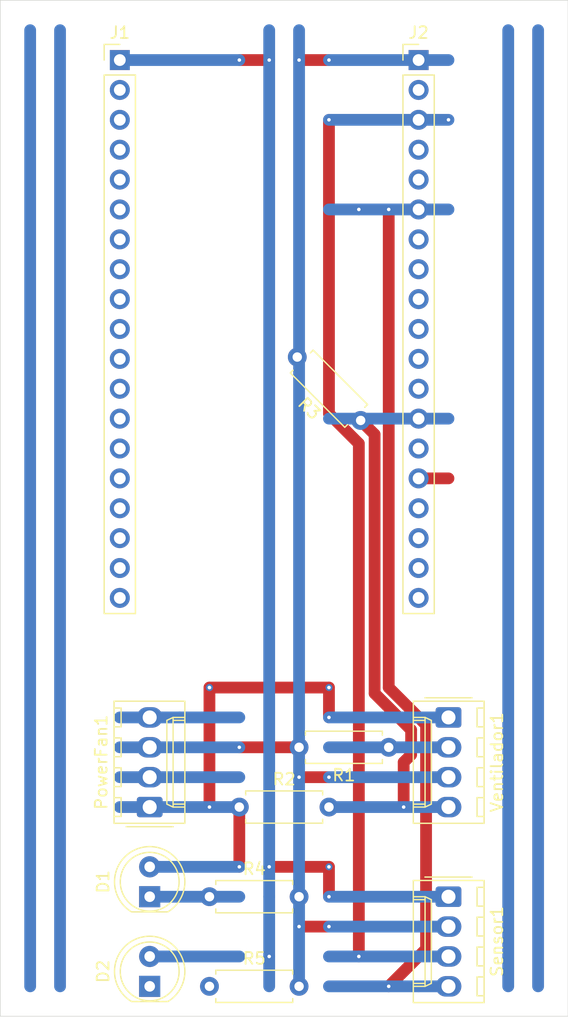
<source format=kicad_pcb>
(kicad_pcb (version 20240108) (generator "pcbnew") (generator_version "8.0")
  (layers (0 "F.Cu" signal) (31 "B.Cu" signal) (34 "B.Paste" user) (35 "F.Paste" user) (36 "B.SilkS" user "B.Silkscreen") (37 "F.SilkS" user "F.Silkscreen") (38 "B.Mask" user) (39 "F.Mask" user) (44 "Edge.Cuts" user))
  (net 0 "")
  (net 1 "Net-(D1-K)")
  (net 2 "+12V")
  (net 3 "+3.3V")
  (net 4 "Net-(D2-K)")
  (net 24 "22_SCL")
  (net 30 "21_SDA")
  (net 31 "4_TACH")
  (net 33 "GND")
  (net 38 "2_PWM")
  (footprint "Resistor_THT:R_Axial_DIN0207_L6.3mm_D2.5mm_P7.62mm_Horizontal" (layer "F.Cu") (at 152.554077 83.974077 135)
    (property "Reference" "R3" (at 3.81 -2.37 135) (layer "F.SilkS"))
    (property "Value" "4.7k")
    (fp_line (start 7.08 -1.37) (end 7.08 -1.04) (stroke (width 0.12)) (layer "F.SilkS"))
    (fp_line (start 7.08 1.37) (end 7.08 1.04) (stroke (width 0.12)) (layer "F.SilkS"))
    (fp_line (start 0.54 -1.37) (end 7.08 -1.37) (stroke (width 0.12)) (layer "F.SilkS"))
    (fp_line (start 0.54 -1.04) (end 0.54 -1.37) (stroke (width 0.12)) (layer "F.SilkS"))
    (fp_line (start 0.54 1.04) (end 0.54 1.37) (stroke (width 0.12)) (layer "F.SilkS"))
    (fp_line (start 0.54 1.37) (end 7.08 1.37) (stroke (width 0.12)) (layer "F.SilkS"))
    (pad "1" thru_hole circle (at 0 0 135) (size 1.6 1.6) (drill 0.8) (layers "*.Cu" "*.Mask") (net 31 "4_TACH"))
    (pad "2" thru_hole oval (at 7.62 0 135) (size 1.6 1.6) (drill 0.8) (layers "*.Cu" "*.Mask") (net 33 "GND"))
  )
  (footprint "LED_THT:LED_D5.0mm" (layer "F.Cu") (at 134.62 132.08 90)
    (property "Reference" "D2" (at 1.27 -3.96 90) (layer "F.SilkS"))
    (property "Value" "LED")
    (fp_line (start -1.29 -1.545) (end -1.29 1.545) (stroke (width 0.12)) (layer "F.SilkS"))
    (fp_arc (start -1.29 -1.54483) (mid 2.071756 -2.880501) (end 4.26 -0.000048) (stroke (width 0.12)) (layer "F.SilkS"))
    (fp_arc (start 4.26 0.000048) (mid 2.071756 2.880501) (end -1.29 1.54483) (stroke (width 0.12)) (layer "F.SilkS"))
    (fp_circle (center 1.27 0) (end 3.77 0) (stroke (width 0.12)) (fill none) (layer "F.SilkS"))
    (pad "1" thru_hole rect (at 0 0 90) (size 1.8 1.8) (drill 0.9) (layers "*.Cu" "*.Mask") (net 4 "Net-(D2-K)"))
    (pad "2" thru_hole circle (at 2.54 0 90) (size 1.8 1.8) (drill 0.9) (layers "*.Cu" "*.Mask") (net 3 "+3.3V"))
  )
  (footprint "Resistor_THT:R_Axial_DIN0207_L6.3mm_D2.5mm_P7.62mm_Horizontal" (layer "F.Cu") (at 139.7 132.08)
    (property "Reference" "R5" (at 3.81 -2.37 360) (layer "F.SilkS"))
    (property "Value" "220")
    (fp_line (start 0.54 -1.37) (end 7.08 -1.37) (stroke (width 0.12)) (layer "F.SilkS"))
    (fp_line (start 0.54 -1.04) (end 0.54 -1.37) (stroke (width 0.12)) (layer "F.SilkS"))
    (fp_line (start 0.54 1.04) (end 0.54 1.37) (stroke (width 0.12)) (layer "F.SilkS"))
    (fp_line (start 0.54 1.37) (end 7.08 1.37) (stroke (width 0.12)) (layer "F.SilkS"))
    (fp_line (start 7.08 -1.37) (end 7.08 -1.04) (stroke (width 0.12)) (layer "F.SilkS"))
    (fp_line (start 7.08 1.37) (end 7.08 1.04) (stroke (width 0.12)) (layer "F.SilkS"))
    (pad "1" thru_hole circle (at 0 0) (size 1.6 1.6) (drill 0.8) (layers "*.Cu" "*.Mask") (net 4 "Net-(D2-K)"))
    (pad "2" thru_hole oval (at 7.62 0) (size 1.6 1.6) (drill 0.8) (layers "*.Cu" "*.Mask") (net 33 "GND"))
  )
  (footprint "Connector_PinHeader_2.54mm:PinHeader_1x19_P2.54mm_Vertical" (layer "F.Cu") (at 157.48 53.34)
    (property "Reference" "J2" (at 0 -2.33 0) (layer "F.SilkS"))
    (property "Value" "Conn_01x19_Pin")
    (fp_line (start -1.33 -1.33) (end 0 -1.33) (stroke (width 0.12)) (layer "F.SilkS"))
    (fp_line (start -1.33 0) (end -1.33 -1.33) (stroke (width 0.12)) (layer "F.SilkS"))
    (fp_line (start -1.33 1.27) (end -1.33 47.05) (stroke (width 0.12)) (layer "F.SilkS"))
    (fp_line (start -1.33 1.27) (end 1.33 1.27) (stroke (width 0.12)) (layer "F.SilkS"))
    (fp_line (start -1.33 47.05) (end 1.33 47.05) (stroke (width 0.12)) (layer "F.SilkS"))
    (fp_line (start 1.33 1.27) (end 1.33 47.05) (stroke (width 0.12)) (layer "F.SilkS"))
    (pad "1" thru_hole rect (at 0 0) (size 1.7 1.7) (drill 1) (layers "*.Cu" "*.Mask") (net 33 "GND"))
    (pad "2" thru_hole oval (at 0 2.54) (size 1.7 1.7) (drill 1) (layers "*.Cu" "*.Mask"))
    (pad "3" thru_hole oval (at 0 5.08) (size 1.7 1.7) (drill 1) (layers "*.Cu" "*.Mask") (net 24 "22_SCL"))
    (pad "4" thru_hole oval (at 0 7.62) (size 1.7 1.7) (drill 1) (layers "*.Cu" "*.Mask"))
    (pad "5" thru_hole oval (at 0 10.16) (size 1.7 1.7) (drill 1) (layers "*.Cu" "*.Mask"))
    (pad "6" thru_hole oval (at 0 12.7) (size 1.7 1.7) (drill 1) (layers "*.Cu" "*.Mask") (net 30 "21_SDA"))
    (pad "7" thru_hole oval (at 0 15.24) (size 1.7 1.7) (drill 1) (layers "*.Cu" "*.Mask"))
    (pad "8" thru_hole oval (at 0 17.78) (size 1.7 1.7) (drill 1) (layers "*.Cu" "*.Mask"))
    (pad "9" thru_hole oval (at 0 20.32) (size 1.7 1.7) (drill 1) (layers "*.Cu" "*.Mask"))
    (pad "10" thru_hole oval (at 0 22.86) (size 1.7 1.7) (drill 1) (layers "*.Cu" "*.Mask"))
    (pad "11" thru_hole oval (at 0 25.4) (size 1.7 1.7) (drill 1) (layers "*.Cu" "*.Mask"))
    (pad "12" thru_hole oval (at 0 27.94) (size 1.7 1.7) (drill 1) (layers "*.Cu" "*.Mask"))
    (pad "13" thru_hole oval (at 0 30.48) (size 1.7 1.7) (drill 1) (layers "*.Cu" "*.Mask") (net 31 "4_TACH"))
    (pad "14" thru_hole oval (at 0 33.02) (size 1.7 1.7) (drill 1) (layers "*.Cu" "*.Mask"))
    (pad "15" thru_hole oval (at 0 35.56) (size 1.7 1.7) (drill 1) (layers "*.Cu" "*.Mask") (net 38 "2_PWM"))
    (pad "16" thru_hole oval (at 0 38.1) (size 1.7 1.7) (drill 1) (layers "*.Cu" "*.Mask"))
    (pad "17" thru_hole oval (at 0 40.64) (size 1.7 1.7) (drill 1) (layers "*.Cu" "*.Mask"))
    (pad "18" thru_hole oval (at 0 43.18) (size 1.7 1.7) (drill 1) (layers "*.Cu" "*.Mask"))
    (pad "19" thru_hole oval (at 0 45.72) (size 1.7 1.7) (drill 1) (layers "*.Cu" "*.Mask"))
  )
  (footprint "Connector_Molex:Molex_KK-254_AE-6410-04A_1x04_P2.54mm_Vertical" (layer "F.Cu") (at 160.02 124.46 -90)
    (property "Reference" "Sensor1" (at 3.81 -4.12 90) (layer "F.SilkS"))
    (property "Value" "Conn_01x04_Pin")
    (fp_line (start -1.38 2.99) (end 9 2.99) (stroke (width 0.12)) (layer "F.SilkS"))
    (fp_line (start 0 2.99) (end 0 1.99) (stroke (width 0.12)) (layer "F.SilkS"))
    (fp_line (start 0.25 2.99) (end 0.25 1.99) (stroke (width 0.12)) (layer "F.SilkS"))
    (fp_line (start 7.37 2.99) (end 7.37 1.99) (stroke (width 0.12)) (layer "F.SilkS"))
    (fp_line (start 9 2.99) (end 9 -3.03) (stroke (width 0.12)) (layer "F.SilkS"))
    (fp_line (start 0 1.99) (end 7.62 1.99) (stroke (width 0.12)) (layer "F.SilkS"))
    (fp_line (start 0 1.99) (end 0.25 1.46) (stroke (width 0.12)) (layer "F.SilkS"))
    (fp_line (start 7.62 1.99) (end 7.62 2.99) (stroke (width 0.12)) (layer "F.SilkS"))
    (fp_line (start 0.25 1.46) (end 7.37 1.46) (stroke (width 0.12)) (layer "F.SilkS"))
    (fp_line (start 7.37 1.46) (end 7.62 1.99) (stroke (width 0.12)) (layer "F.SilkS"))
    (fp_line (start -1.67 -2) (end -1.67 2) (stroke (width 0.12)) (layer "F.SilkS"))
    (fp_line (start -0.8 -2.43) (end 0.8 -2.43) (stroke (width 0.12)) (layer "F.SilkS"))
    (fp_line (start 0.8 -2.43) (end 0.8 -3.03) (stroke (width 0.12)) (layer "F.SilkS"))
    (fp_line (start 1.74 -2.43) (end 3.34 -2.43) (stroke (width 0.12)) (layer "F.SilkS"))
    (fp_line (start 3.34 -2.43) (end 3.34 -3.03) (stroke (width 0.12)) (layer "F.SilkS"))
    (fp_line (start 4.28 -2.43) (end 5.88 -2.43) (stroke (width 0.12)) (layer "F.SilkS"))
    (fp_line (start 5.88 -2.43) (end 5.88 -3.03) (stroke (width 0.12)) (layer "F.SilkS"))
    (fp_line (start 6.82 -2.43) (end 8.42 -2.43) (stroke (width 0.12)) (layer "F.SilkS"))
    (fp_line (start 8.42 -2.43) (end 8.42 -3.03) (stroke (width 0.12)) (layer "F.SilkS"))
    (fp_line (start -1.38 -3.03) (end -1.38 2.99) (stroke (width 0.12)) (layer "F.SilkS"))
    (fp_line (start -0.8 -3.03) (end -0.8 -2.43) (stroke (width 0.12)) (layer "F.SilkS"))
    (fp_line (start 1.74 -3.03) (end 1.74 -2.43) (stroke (width 0.12)) (layer "F.SilkS"))
    (fp_line (start 4.28 -3.03) (end 4.28 -2.43) (stroke (width 0.12)) (layer "F.SilkS"))
    (fp_line (start 6.82 -3.03) (end 6.82 -2.43) (stroke (width 0.12)) (layer "F.SilkS"))
    (fp_line (start 9 -3.03) (end -1.38 -3.03) (stroke (width 0.12)) (layer "F.SilkS"))
    (pad "1" thru_hole roundrect (at 0 0 270) (size 1.74 2.19) (drill 1.19) (layers "*.Cu" "*.Mask") (roundrect_rratio 0.143678) (net 3 "+3.3V"))
    (pad "2" thru_hole oval (at 2.54 0 270) (size 1.74 2.19) (drill 1.19) (layers "*.Cu" "*.Mask") (net 33 "GND"))
    (pad "3" thru_hole oval (at 5.08 0 270) (size 1.74 2.19) (drill 1.19) (layers "*.Cu" "*.Mask") (net 24 "22_SCL"))
    (pad "4" thru_hole oval (at 7.62 0 270) (size 1.74 2.19) (drill 1.19) (layers "*.Cu" "*.Mask") (net 30 "21_SDA"))
  )
  (footprint "Resistor_THT:R_Axial_DIN0207_L6.3mm_D2.5mm_P7.62mm_Horizontal" (layer "F.Cu") (at 142.24 116.84)
    (property "Reference" "R2" (at 3.81 -2.37 360) (layer "F.SilkS"))
    (property "Value" "10k")
    (fp_line (start 0.54 -1.37) (end 7.08 -1.37) (stroke (width 0.12)) (layer "F.SilkS"))
    (fp_line (start 0.54 -1.04) (end 0.54 -1.37) (stroke (width 0.12)) (layer "F.SilkS"))
    (fp_line (start 0.54 1.04) (end 0.54 1.37) (stroke (width 0.12)) (layer "F.SilkS"))
    (fp_line (start 0.54 1.37) (end 7.08 1.37) (stroke (width 0.12)) (layer "F.SilkS"))
    (fp_line (start 7.08 -1.37) (end 7.08 -1.04) (stroke (width 0.12)) (layer "F.SilkS"))
    (fp_line (start 7.08 1.37) (end 7.08 1.04) (stroke (width 0.12)) (layer "F.SilkS"))
    (pad "1" thru_hole circle (at 0 0) (size 1.6 1.6) (drill 0.8) (layers "*.Cu" "*.Mask") (net 2 "+12V"))
    (pad "2" thru_hole oval (at 7.62 0) (size 1.6 1.6) (drill 0.8) (layers "*.Cu" "*.Mask") (net 31 "4_TACH"))
  )
  (footprint "Resistor_THT:R_Axial_DIN0207_L6.3mm_D2.5mm_P7.62mm_Horizontal" (layer "F.Cu") (at 139.7 124.46)
    (property "Reference" "R4" (at 3.81 -2.37 360) (layer "F.SilkS"))
    (property "Value" "1k")
    (fp_line (start 0.54 -1.37) (end 7.08 -1.37) (stroke (width 0.12)) (layer "F.SilkS"))
    (fp_line (start 0.54 -1.04) (end 0.54 -1.37) (stroke (width 0.12)) (layer "F.SilkS"))
    (fp_line (start 0.54 1.04) (end 0.54 1.37) (stroke (width 0.12)) (layer "F.SilkS"))
    (fp_line (start 0.54 1.37) (end 7.08 1.37) (stroke (width 0.12)) (layer "F.SilkS"))
    (fp_line (start 7.08 -1.37) (end 7.08 -1.04) (stroke (width 0.12)) (layer "F.SilkS"))
    (fp_line (start 7.08 1.37) (end 7.08 1.04) (stroke (width 0.12)) (layer "F.SilkS"))
    (pad "1" thru_hole circle (at 0 0) (size 1.6 1.6) (drill 0.8) (layers "*.Cu" "*.Mask") (net 1 "Net-(D1-K)"))
    (pad "2" thru_hole oval (at 7.62 0) (size 1.6 1.6) (drill 0.8) (layers "*.Cu" "*.Mask") (net 33 "GND"))
  )
  (footprint "LED_THT:LED_D5.0mm" (layer "F.Cu") (at 134.62 124.46 90)
    (property "Reference" "D1" (at 1.27 -3.96 90) (layer "F.SilkS"))
    (property "Value" "LED")
    (fp_line (start -1.29 -1.545) (end -1.29 1.545) (stroke (width 0.12)) (layer "F.SilkS"))
    (fp_arc (start -1.29 -1.54483) (mid 2.071756 -2.880501) (end 4.26 -0.000048) (stroke (width 0.12)) (layer "F.SilkS"))
    (fp_arc (start 4.26 0.000048) (mid 2.071756 2.880501) (end -1.29 1.54483) (stroke (width 0.12)) (layer "F.SilkS"))
    (fp_circle (center 1.27 0) (end 3.77 0) (stroke (width 0.12)) (fill none) (layer "F.SilkS"))
    (pad "1" thru_hole rect (at 0 0 90) (size 1.8 1.8) (drill 0.9) (layers "*.Cu" "*.Mask") (net 1 "Net-(D1-K)"))
    (pad "2" thru_hole circle (at 2.54 0 90) (size 1.8 1.8) (drill 0.9) (layers "*.Cu" "*.Mask") (net 2 "+12V"))
  )
  (footprint "Connector_Molex:Molex_KK-254_AE-6410-04A_1x04_P2.54mm_Vertical" (layer "F.Cu") (at 160.02 109.22 -90)
    (property "Reference" "Ventilador1" (at 3.81 -4.12 90) (layer "F.SilkS"))
    (property "Value" "Conn_01x04_Pin")
    (fp_line (start -1.38 2.99) (end 9 2.99) (stroke (width 0.12)) (layer "F.SilkS"))
    (fp_line (start 0 2.99) (end 0 1.99) (stroke (width 0.12)) (layer "F.SilkS"))
    (fp_line (start 0.25 2.99) (end 0.25 1.99) (stroke (width 0.12)) (layer "F.SilkS"))
    (fp_line (start 7.37 2.99) (end 7.37 1.99) (stroke (width 0.12)) (layer "F.SilkS"))
    (fp_line (start 9 2.99) (end 9 -3.03) (stroke (width 0.12)) (layer "F.SilkS"))
    (fp_line (start 0 1.99) (end 7.62 1.99) (stroke (width 0.12)) (layer "F.SilkS"))
    (fp_line (start 0 1.99) (end 0.25 1.46) (stroke (width 0.12)) (layer "F.SilkS"))
    (fp_line (start 7.62 1.99) (end 7.62 2.99) (stroke (width 0.12)) (layer "F.SilkS"))
    (fp_line (start 0.25 1.46) (end 7.37 1.46) (stroke (width 0.12)) (layer "F.SilkS"))
    (fp_line (start 7.37 1.46) (end 7.62 1.99) (stroke (width 0.12)) (layer "F.SilkS"))
    (fp_line (start -1.67 -2) (end -1.67 2) (stroke (width 0.12)) (layer "F.SilkS"))
    (fp_line (start -0.8 -2.43) (end 0.8 -2.43) (stroke (width 0.12)) (layer "F.SilkS"))
    (fp_line (start 0.8 -2.43) (end 0.8 -3.03) (stroke (width 0.12)) (layer "F.SilkS"))
    (fp_line (start 1.74 -2.43) (end 3.34 -2.43) (stroke (width 0.12)) (layer "F.SilkS"))
    (fp_line (start 3.34 -2.43) (end 3.34 -3.03) (stroke (width 0.12)) (layer "F.SilkS"))
    (fp_line (start 4.28 -2.43) (end 5.88 -2.43) (stroke (width 0.12)) (layer "F.SilkS"))
    (fp_line (start 5.88 -2.43) (end 5.88 -3.03) (stroke (width 0.12)) (layer "F.SilkS"))
    (fp_line (start 6.82 -2.43) (end 8.42 -2.43) (stroke (width 0.12)) (layer "F.SilkS"))
    (fp_line (start 8.42 -2.43) (end 8.42 -3.03) (stroke (width 0.12)) (layer "F.SilkS"))
    (fp_line (start -1.38 -3.03) (end -1.38 2.99) (stroke (width 0.12)) (layer "F.SilkS"))
    (fp_line (start -0.8 -3.03) (end -0.8 -2.43) (stroke (width 0.12)) (layer "F.SilkS"))
    (fp_line (start 1.74 -3.03) (end 1.74 -2.43) (stroke (width 0.12)) (layer "F.SilkS"))
    (fp_line (start 4.28 -3.03) (end 4.28 -2.43) (stroke (width 0.12)) (layer "F.SilkS"))
    (fp_line (start 6.82 -3.03) (end 6.82 -2.43) (stroke (width 0.12)) (layer "F.SilkS"))
    (fp_line (start 9 -3.03) (end -1.38 -3.03) (stroke (width 0.12)) (layer "F.SilkS"))
    (pad "1" thru_hole roundrect (at 0 0 270) (size 1.74 2.19) (drill 1.19) (layers "*.Cu" "*.Mask") (roundrect_rratio 0.143678) (net 2 "+12V"))
    (pad "2" thru_hole oval (at 2.54 0 270) (size 1.74 2.19) (drill 1.19) (layers "*.Cu" "*.Mask") (net 38 "2_PWM"))
    (pad "3" thru_hole oval (at 5.08 0 270) (size 1.74 2.19) (drill 1.19) (layers "*.Cu" "*.Mask") (net 33 "GND"))
    (pad "4" thru_hole oval (at 7.62 0 270) (size 1.74 2.19) (drill 1.19) (layers "*.Cu" "*.Mask") (net 31 "4_TACH"))
  )
  (footprint "Resistor_THT:R_Axial_DIN0207_L6.3mm_D2.5mm_P7.62mm_Horizontal" (layer "F.Cu") (at 154.94 111.76 180)
    (property "Reference" "R1" (at 3.81 -2.37 360) (layer "F.SilkS"))
    (property "Value" "1k")
    (fp_line (start 7.08 1.37) (end 7.08 1.04) (stroke (width 0.12)) (layer "F.SilkS"))
    (fp_line (start 7.08 -1.37) (end 7.08 -1.04) (stroke (width 0.12)) (layer "F.SilkS"))
    (fp_line (start 0.54 1.37) (end 7.08 1.37) (stroke (width 0.12)) (layer "F.SilkS"))
    (fp_line (start 0.54 1.04) (end 0.54 1.37) (stroke (width 0.12)) (layer "F.SilkS"))
    (fp_line (start 0.54 -1.04) (end 0.54 -1.37) (stroke (width 0.12)) (layer "F.SilkS"))
    (fp_line (start 0.54 -1.37) (end 7.08 -1.37) (stroke (width 0.12)) (layer "F.SilkS"))
    (pad "1" thru_hole circle (at 0 0 180) (size 1.6 1.6) (drill 0.8) (layers "*.Cu" "*.Mask") (net 38 "2_PWM"))
    (pad "2" thru_hole oval (at 7.62 0 180) (size 1.6 1.6) (drill 0.8) (layers "*.Cu" "*.Mask") (net 33 "GND"))
  )
  (footprint "Connector_PinHeader_2.54mm:PinHeader_1x19_P2.54mm_Vertical" (layer "F.Cu") (at 132.08 53.34)
    (property "Reference" "J1" (at 0 -2.33 0) (layer "F.SilkS"))
    (property "Value" "Conn_01x19_Pin")
    (fp_line (start -1.33 -1.33) (end 0 -1.33) (stroke (width 0.12)) (layer "F.SilkS"))
    (fp_line (start -1.33 0) (end -1.33 -1.33) (stroke (width 0.12)) (layer "F.SilkS"))
    (fp_line (start -1.33 1.27) (end -1.33 47.05) (stroke (width 0.12)) (layer "F.SilkS"))
    (fp_line (start -1.33 1.27) (end 1.33 1.27) (stroke (width 0.12)) (layer "F.SilkS"))
    (fp_line (start -1.33 47.05) (end 1.33 47.05) (stroke (width 0.12)) (layer "F.SilkS"))
    (fp_line (start 1.33 1.27) (end 1.33 47.05) (stroke (width 0.12)) (layer "F.SilkS"))
    (pad "1" thru_hole rect (at 0 0) (size 1.7 1.7) (drill 1) (layers "*.Cu" "*.Mask") (net 3 "+3.3V"))
    (pad "2" thru_hole oval (at 0 2.54) (size 1.7 1.7) (drill 1) (layers "*.Cu" "*.Mask"))
    (pad "3" thru_hole oval (at 0 5.08) (size 1.7 1.7) (drill 1) (layers "*.Cu" "*.Mask"))
    (pad "4" thru_hole oval (at 0 7.62) (size 1.7 1.7) (drill 1) (layers "*.Cu" "*.Mask"))
    (pad "5" thru_hole oval (at 0 10.16) (size 1.7 1.7) (drill 1) (layers "*.Cu" "*.Mask"))
    (pad "6" thru_hole oval (at 0 12.7) (size 1.7 1.7) (drill 1) (layers "*.Cu" "*.Mask"))
    (pad "7" thru_hole oval (at 0 15.24) (size 1.7 1.7) (drill 1) (layers "*.Cu" "*.Mask"))
    (pad "8" thru_hole oval (at 0 17.78) (size 1.7 1.7) (drill 1) (layers "*.Cu" "*.Mask"))
    (pad "9" thru_hole oval (at 0 20.32) (size 1.7 1.7) (drill 1) (layers "*.Cu" "*.Mask"))
    (pad "10" thru_hole oval (at 0 22.86) (size 1.7 1.7) (drill 1) (layers "*.Cu" "*.Mask"))
    (pad "11" thru_hole oval (at 0 25.4) (size 1.7 1.7) (drill 1) (layers "*.Cu" "*.Mask"))
    (pad "12" thru_hole oval (at 0 27.94) (size 1.7 1.7) (drill 1) (layers "*.Cu" "*.Mask"))
    (pad "13" thru_hole oval (at 0 30.48) (size 1.7 1.7) (drill 1) (layers "*.Cu" "*.Mask"))
    (pad "14" thru_hole oval (at 0 33.02) (size 1.7 1.7) (drill 1) (layers "*.Cu" "*.Mask"))
    (pad "15" thru_hole oval (at 0 35.56) (size 1.7 1.7) (drill 1) (layers "*.Cu" "*.Mask"))
    (pad "16" thru_hole oval (at 0 38.1) (size 1.7 1.7) (drill 1) (layers "*.Cu" "*.Mask"))
    (pad "17" thru_hole oval (at 0 40.64) (size 1.7 1.7) (drill 1) (layers "*.Cu" "*.Mask"))
    (pad "18" thru_hole oval (at 0 43.18) (size 1.7 1.7) (drill 1) (layers "*.Cu" "*.Mask"))
    (pad "19" thru_hole oval (at 0 45.72) (size 1.7 1.7) (drill 1) (layers "*.Cu" "*.Mask"))
  )
  (footprint "Connector_Molex:Molex_KK-254_AE-6410-04A_1x04_P2.54mm_Vertical" (layer "F.Cu") (at 134.62 116.84 90)
    (property "Reference" "PowerFan1" (at 3.81 -4.12 90) (layer "F.SilkS"))
    (property "Value" "Conn_01x02_Pin")
    (fp_line (start 9 -3.03) (end -1.38 -3.03) (stroke (width 0.12)) (layer "F.SilkS"))
    (fp_line (start 6.82 -3.03) (end 6.82 -2.43) (stroke (width 0.12)) (layer "F.SilkS"))
    (fp_line (start 4.28 -3.03) (end 4.28 -2.43) (stroke (width 0.12)) (layer "F.SilkS"))
    (fp_line (start 1.74 -3.03) (end 1.74 -2.43) (stroke (width 0.12)) (layer "F.SilkS"))
    (fp_line (start -0.8 -3.03) (end -0.8 -2.43) (stroke (width 0.12)) (layer "F.SilkS"))
    (fp_line (start -1.38 -3.03) (end -1.38 2.99) (stroke (width 0.12)) (layer "F.SilkS"))
    (fp_line (start 8.42 -2.43) (end 8.42 -3.03) (stroke (width 0.12)) (layer "F.SilkS"))
    (fp_line (start 6.82 -2.43) (end 8.42 -2.43) (stroke (width 0.12)) (layer "F.SilkS"))
    (fp_line (start 5.88 -2.43) (end 5.88 -3.03) (stroke (width 0.12)) (layer "F.SilkS"))
    (fp_line (start 4.28 -2.43) (end 5.88 -2.43) (stroke (width 0.12)) (layer "F.SilkS"))
    (fp_line (start 3.34 -2.43) (end 3.34 -3.03) (stroke (width 0.12)) (layer "F.SilkS"))
    (fp_line (start 1.74 -2.43) (end 3.34 -2.43) (stroke (width 0.12)) (layer "F.SilkS"))
    (fp_line (start 0.8 -2.43) (end 0.8 -3.03) (stroke (width 0.12)) (layer "F.SilkS"))
    (fp_line (start -0.8 -2.43) (end 0.8 -2.43) (stroke (width 0.12)) (layer "F.SilkS"))
    (fp_line (start -1.67 -2) (end -1.67 2) (stroke (width 0.12)) (layer "F.SilkS"))
    (fp_line (start 7.37 1.46) (end 7.62 1.99) (stroke (width 0.12)) (layer "F.SilkS"))
    (fp_line (start 0.25 1.46) (end 7.37 1.46) (stroke (width 0.12)) (layer "F.SilkS"))
    (fp_line (start 7.62 1.99) (end 7.62 2.99) (stroke (width 0.12)) (layer "F.SilkS"))
    (fp_line (start 0 1.99) (end 0.25 1.46) (stroke (width 0.12)) (layer "F.SilkS"))
    (fp_line (start 0 1.99) (end 7.62 1.99) (stroke (width 0.12)) (layer "F.SilkS"))
    (fp_line (start 9 2.99) (end 9 -3.03) (stroke (width 0.12)) (layer "F.SilkS"))
    (fp_line (start 7.37 2.99) (end 7.37 1.99) (stroke (width 0.12)) (layer "F.SilkS"))
    (fp_line (start 0.25 2.99) (end 0.25 1.99) (stroke (width 0.12)) (layer "F.SilkS"))
    (fp_line (start 0 2.99) (end 0 1.99) (stroke (width 0.12)) (layer "F.SilkS"))
    (fp_line (start -1.38 2.99) (end 9 2.99) (stroke (width 0.12)) (layer "F.SilkS"))
    (pad "1" thru_hole roundrect (at 0 0 90) (size 1.74 2.19) (drill 1.19) (layers "*.Cu" "*.Mask") (roundrect_rratio 0.143678) (net 2 "+12V"))
    (pad "2" thru_hole oval (at 5.08 0 90) (size 1.74 2.19) (drill 1.19) (layers "*.Cu" "*.Mask") (net 33 "GND"))
    (pad "3" thru_hole oval (at 2.54 0 90) (size 1.74 2.19) (drill 1.19) (layers "*.Cu" "*.Mask"))
    (pad "4" thru_hole oval (at 7.62 0 90) (size 1.74 2.19) (drill 1.19) (layers "*.Cu" "*.Mask"))
  )
  (gr_rect (start 121.92 48.26) (end 170.18 134.62) (stroke (width 0.05)) (fill none) (layer "Edge.Cuts"))
  (segment (start 124.46 50.8) (end 124.46 132.08) (width 1) (layer "B.Cu") (net 0))
  (segment (start 137.16 114.3) (end 142.24 114.3) (width 1) (layer "B.Cu") (net 0))
  (segment (start 167.64 50.8) (end 167.64 132.08) (width 1) (layer "B.Cu") (net 0))
  (segment (start 165.1 50.8) (end 165.1 132.08) (width 1) (layer "B.Cu") (net 0))
  (segment (start 127 50.8) (end 127 132.08) (width 1) (layer "B.Cu") (net 0))
  (segment (start 137.16 109.22) (end 142.24 109.22) (width 1) (layer "B.Cu") (net 0))
  (segment (start 137.16 109.22) (end 132.08 109.22) (width 1) (layer "B.Cu") (net 0))
  (segment (start 137.16 114.3) (end 132.08 114.3) (width 1) (layer "B.Cu") (net 0))
  (segment (start 134.62 124.46) (end 142.24 124.46) (width 1) (layer "B.Cu") (net 1))
  (segment (start 139.7 106.68) (end 149.86 106.68) (width 1) (layer "F.Cu") (net 2))
  (segment (start 149.86 106.68) (end 149.86 109.22) (width 1) (layer "F.Cu") (net 2))
  (segment (start 139.7 116.84) (end 139.7 106.68) (width 1) (layer "F.Cu") (net 2))
  (segment (start 142.24 121.92) (end 142.24 116.84) (width 1) (layer "F.Cu") (net 2))
  (via (at 149.86 109.22) (size 0.6) (drill 0.3) (layers "F.Cu" "B.Cu") (net 2))
  (via (at 139.7 106.68) (size 0.6) (drill 0.3) (layers "F.Cu" "B.Cu") (net 2))
  (via (at 139.7 106.68) (size 0.6) (drill 0.3) (layers "F.Cu" "B.Cu") (net 2))
  (via (at 139.7 116.84) (size 0.6) (drill 0.3) (layers "F.Cu" "B.Cu") (net 2))
  (via (at 142.24 121.92) (size 0.6) (drill 0.3) (layers "F.Cu" "B.Cu") (net 2))
  (via (at 149.86 106.68) (size 0.6) (drill 0.3) (layers "F.Cu" "B.Cu") (net 2))
  (segment (start 139.7 116.84) (end 142.24 116.84) (width 1) (layer "B.Cu") (net 2))
  (segment (start 137.16 116.84) (end 132.08 116.84) (width 1) (layer "B.Cu") (net 2))
  (segment (start 134.62 121.92) (end 142.24 121.92) (width 1) (layer "B.Cu") (net 2))
  (segment (start 157.48 109.22) (end 160.02 109.22) (width 1) (layer "B.Cu") (net 2))
  (segment (start 157.48 109.22) (end 149.86 109.22) (width 1) (layer "B.Cu") (net 2))
  (segment (start 137.16 116.84) (end 139.7 116.84) (width 1) (layer "B.Cu") (net 2))
  (segment (start 149.86 121.92) (end 149.86 124.46) (width 1) (layer "F.Cu") (net 3))
  (segment (start 142.24 53.34) (end 144.78 53.34) (width 1) (layer "F.Cu") (net 3))
  (segment (start 149.86 121.92) (end 144.78 121.92) (width 1) (layer "F.Cu") (net 3))
  (via (at 142.24 53.34) (size 0.6) (drill 0.3) (layers "F.Cu" "B.Cu") (net 3))
  (via (at 149.86 124.46) (size 0.6) (drill 0.3) (layers "F.Cu" "B.Cu") (net 3))
  (via (at 149.86 121.92) (size 0.6) (drill 0.3) (layers "F.Cu" "B.Cu") (net 3))
  (via (at 144.78 121.92) (size 0.6) (drill 0.3) (layers "F.Cu" "B.Cu") (net 3))
  (via (at 144.78 129.54) (size 0.6) (drill 0.3) (layers "F.Cu" "B.Cu") (net 3))
  (via (at 144.78 53.34) (size 0.6) (drill 0.3) (layers "F.Cu" "B.Cu") (net 3))
  (segment (start 144.78 50.8) (end 144.78 53.34) (width 1) (layer "B.Cu") (net 3))
  (segment (start 144.78 121.92) (end 144.78 124.46) (width 1) (layer "B.Cu") (net 3))
  (segment (start 144.78 53.34) (end 144.78 121.92) (width 1) (layer "B.Cu") (net 3))
  (segment (start 144.78 129.54) (end 144.78 132.08) (width 1) (layer "B.Cu") (net 3))
  (segment (start 132.08 53.34) (end 142.24 53.34) (width 1) (layer "B.Cu") (net 3))
  (segment (start 160.02 124.46) (end 157.48 124.46) (width 1) (layer "B.Cu") (net 3))
  (segment (start 157.48 124.46) (end 149.86 124.46) (width 1) (layer "B.Cu") (net 3))
  (segment (start 144.78 124.46) (end 144.78 129.54) (width 1) (layer "B.Cu") (net 3))
  (segment (start 134.62 129.54) (end 142.24 129.54) (width 1) (layer "B.Cu") (net 3))
  (segment (start 152.4 129.54) (end 152.4 85.941321) (width 1) (layer "F.Cu") (net 24))
  (segment (start 152.4 85.941321) (end 149.86 83.401321) (width 1) (layer "F.Cu") (net 24))
  (segment (start 149.86 83.401321) (end 149.86 58.42) (width 1) (layer "F.Cu") (net 24))
  (via (at 149.86 58.42) (size 0.6) (drill 0.3) (layers "F.Cu" "B.Cu") (net 24))
  (via (at 152.4 129.54) (size 0.6) (drill 0.3) (layers "F.Cu" "B.Cu") (net 24))
  (via (at 160.02 58.42) (size 0.6) (drill 0.3) (layers "F.Cu" "B.Cu") (net 24))
  (segment (start 157.48 129.54) (end 160.02 129.54) (width 1) (layer "B.Cu") (net 24))
  (segment (start 157.48 129.54) (end 152.4 129.54) (width 1) (layer "B.Cu") (net 24))
  (segment (start 152.4 129.54) (end 149.86 129.54) (width 1) (layer "B.Cu") (net 24))
  (segment (start 160.02 58.42) (end 149.86 58.42) (width 1) (layer "B.Cu") (net 24))
  (segment (start 154.94 66.04) (end 154.94 106.68) (width 1) (layer "F.Cu") (net 30))
  (segment (start 158.115 128.905) (end 154.94 132.08) (width 1) (layer "F.Cu") (net 30))
  (segment (start 154.94 106.68) (end 158.115 109.855) (width 1) (layer "F.Cu") (net 30))
  (segment (start 158.115 109.855) (end 158.115 128.905) (width 1) (layer "F.Cu") (net 30))
  (via (at 154.94 66.04) (size 0.6) (drill 0.3) (layers "F.Cu" "B.Cu") (net 30))
  (via (at 152.4 66.04) (size 0.6) (drill 0.3) (layers "F.Cu" "B.Cu") (net 30))
  (via (at 154.94 132.08) (size 0.6) (drill 0.3) (layers "F.Cu" "B.Cu") (net 30))
  (segment (start 160.02 66.04) (end 154.94 66.04) (width 1) (layer "B.Cu") (net 30))
  (segment (start 154.94 132.08) (end 149.86 132.08) (width 1) (layer "B.Cu") (net 30))
  (segment (start 157.48 132.08) (end 160.02 132.08) (width 1) (layer "B.Cu") (net 30))
  (segment (start 152.4 66.04) (end 149.86 66.04) (width 1) (layer "B.Cu") (net 30))
  (segment (start 154.94 66.04) (end 152.4 66.04) (width 1) (layer "B.Cu") (net 30))
  (segment (start 157.48 132.08) (end 154.94 132.08) (width 1) (layer "B.Cu") (net 30))
  (segment (start 156.845 110.282056) (end 153.74 107.177056) (width 1) (layer "F.Cu") (net 31))
  (segment (start 156.845 112.395) (end 156.845 110.282056) (width 1) (layer "F.Cu") (net 31))
  (segment (start 153.74 107.177056) (end 153.74 85.16) (width 1) (layer "F.Cu") (net 31))
  (segment (start 153.74 85.16) (end 152.554077 83.974077) (width 1) (layer "F.Cu") (net 31))
  (segment (start 156.21 116.84) (end 156.21 113.03) (width 1) (layer "F.Cu") (net 31))
  (segment (start 156.21 113.03) (end 156.845 112.395) (width 1) (layer "F.Cu") (net 31))
  (via (at 156.21 116.84) (size 0.6) (drill 0.3) (layers "F.Cu" "B.Cu") (net 31))
  (segment (start 156.21 116.84) (end 149.86 116.84) (width 1) (layer "B.Cu") (net 31))
  (segment (start 160.02 83.82) (end 149.86 83.82) (width 1) (layer "B.Cu") (net 31))
  (segment (start 156.21 116.84) (end 160.02 116.84) (width 1) (layer "B.Cu") (net 31))
  (segment (start 147.32 114.3) (end 149.86 114.3) (width 1) (layer "F.Cu") (net 33))
  (segment (start 147.32 111.76) (end 142.24 111.76) (width 1) (layer "F.Cu") (net 33))
  (segment (start 149.86 127) (end 147.32 127) (width 1) (layer "F.Cu") (net 33))
  (segment (start 149.86 53.34) (end 147.32 53.34) (width 1) (layer "F.Cu") (net 33))
  (via (at 147.32 53.34) (size 0.6) (drill 0.3) (layers "F.Cu" "B.Cu") (net 33))
  (via (at 149.86 53.34) (size 0.6) (drill 0.3) (layers "F.Cu" "B.Cu") (net 33))
  (via (at 149.86 127) (size 0.6) (drill 0.3) (layers "F.Cu" "B.Cu") (net 33))
  (via (at 147.32 127) (size 0.6) (drill 0.3) (layers "F.Cu" "B.Cu") (net 33))
  (via (at 142.24 111.76) (size 0.6) (drill 0.3) (layers "F.Cu" "B.Cu") (net 33))
  (via (at 147.32 114.3) (size 0.6) (drill 0.3) (layers "F.Cu" "B.Cu") (net 33))
  (via (at 149.86 114.3) (size 0.6) (drill 0.3) (layers "F.Cu" "B.Cu") (net 33))
  (segment (start 137.16 111.76) (end 132.08 111.76) (width 1) (layer "B.Cu") (net 33))
  (segment (start 147.32 53.34) (end 147.32 50.8) (width 1) (layer "B.Cu") (net 33))
  (segment (start 137.16 111.76) (end 142.24 111.76) (width 1) (layer "B.Cu") (net 33))
  (segment (start 149.86 53.34) (end 160.02 53.34) (width 1) (layer "B.Cu") (net 33))
  (segment (start 157.48 127) (end 160.02 127) (width 1) (layer "B.Cu") (net 33))
  (segment (start 147.32 127) (end 147.32 114.3) (width 1) (layer "B.Cu") (net 33))
  (segment (start 157.48 127) (end 149.86 127) (width 1) (layer "B.Cu") (net 33))
  (segment (start 157.48 114.3) (end 149.86 114.3) (width 1) (layer "B.Cu") (net 33))
  (segment (start 147.32 114.3) (end 147.32 53.34) (width 1) (layer "B.Cu") (net 33))
  (segment (start 157.48 114.3) (end 160.02 114.3) (width 1) (layer "B.Cu") (net 33))
  (segment (start 147.32 132.08) (end 147.32 127) (width 1) (layer "B.Cu") (net 33))
  (segment (start 157.48 88.9) (end 160.02 88.9) (width 1) (layer "F.Cu") (net 38))
  (segment (start 157.48 111.76) (end 152.4 111.76) (width 1) (layer "B.Cu") (net 38))
  (segment (start 152.4 111.76) (end 149.86 111.76) (width 1) (layer "B.Cu") (net 38))
  (segment (start 157.48 111.76) (end 160.02 111.76) (width 1) (layer "B.Cu") (net 38))
)
</source>
